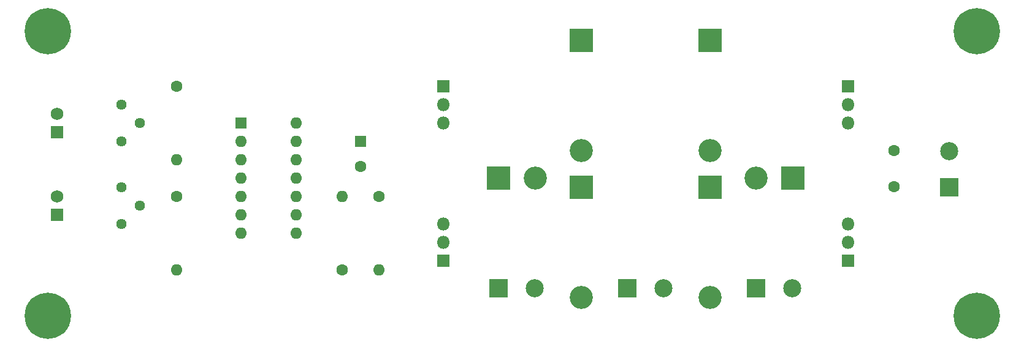
<source format=gts>
G04 #@! TF.FileFunction,Soldermask,Top*
%FSLAX46Y46*%
G04 Gerber Fmt 4.6, Leading zero omitted, Abs format (unit mm)*
G04 Created by KiCad (PCBNEW 4.0.7+dfsg1-1) date Sat Dec  2 04:05:33 2017*
%MOMM*%
%LPD*%
G01*
G04 APERTURE LIST*
%ADD10C,0.100000*%
%ADD11R,2.500000X2.500000*%
%ADD12C,2.500000*%
%ADD13R,1.600000X1.600000*%
%ADD14O,1.600000X1.600000*%
%ADD15C,1.600000*%
%ADD16R,1.800000X1.800000*%
%ADD17O,1.800000X1.800000*%
%ADD18C,1.440000*%
%ADD19R,1.750000X1.750000*%
%ADD20C,1.750000*%
%ADD21R,3.200000X3.200000*%
%ADD22O,3.200000X3.200000*%
%ADD23C,6.400000*%
G04 APERTURE END LIST*
D10*
D11*
X127000000Y-64770000D03*
D12*
X132000000Y-64770000D03*
D13*
X55880000Y-41910000D03*
D14*
X63500000Y-57150000D03*
X55880000Y-44450000D03*
X63500000Y-54610000D03*
X55880000Y-46990000D03*
X63500000Y-52070000D03*
X55880000Y-49530000D03*
X63500000Y-49530000D03*
X55880000Y-52070000D03*
X63500000Y-46990000D03*
X55880000Y-54610000D03*
X63500000Y-44450000D03*
X55880000Y-57150000D03*
X63500000Y-41910000D03*
D11*
X153670000Y-50800000D03*
D12*
X153670000Y-45800000D03*
D15*
X146050000Y-45720000D03*
X146050000Y-50720000D03*
D13*
X72390000Y-44450000D03*
D15*
X72390000Y-47950000D03*
D11*
X109220000Y-64770000D03*
D12*
X114220000Y-64770000D03*
D16*
X83820000Y-36830000D03*
D17*
X83820000Y-39370000D03*
X83820000Y-41910000D03*
D16*
X139700000Y-36830000D03*
D17*
X139700000Y-39370000D03*
X139700000Y-41910000D03*
D16*
X83820000Y-60960000D03*
D17*
X83820000Y-58420000D03*
X83820000Y-55880000D03*
D16*
X139700000Y-60960000D03*
D17*
X139700000Y-58420000D03*
X139700000Y-55880000D03*
D15*
X46990000Y-36830000D03*
D14*
X46990000Y-46990000D03*
D15*
X46990000Y-52070000D03*
D14*
X46990000Y-62230000D03*
D15*
X69850000Y-62230000D03*
D14*
X69850000Y-52070000D03*
D15*
X74930000Y-52070000D03*
D14*
X74930000Y-62230000D03*
D18*
X39370000Y-39370000D03*
X41910000Y-41910000D03*
X39370000Y-44450000D03*
X39370000Y-50800000D03*
X41910000Y-53340000D03*
X39370000Y-55880000D03*
D11*
X91440000Y-64770000D03*
D12*
X96440000Y-64770000D03*
D19*
X30480000Y-43180000D03*
D20*
X30480000Y-40680000D03*
D19*
X30480000Y-54610000D03*
D20*
X30480000Y-52110000D03*
D21*
X91440000Y-49530000D03*
D22*
X96520000Y-49530000D03*
D21*
X132080000Y-49530000D03*
D22*
X127000000Y-49530000D03*
D21*
X102870000Y-30480000D03*
D22*
X102870000Y-45720000D03*
D21*
X120650000Y-30480000D03*
D22*
X120650000Y-45720000D03*
D21*
X102870000Y-50800000D03*
D22*
X102870000Y-66040000D03*
D21*
X120650000Y-50800000D03*
D22*
X120650000Y-66040000D03*
D23*
X29210000Y-29210000D03*
X157480000Y-29210000D03*
X29210000Y-68580000D03*
X157480000Y-68580000D03*
M02*

</source>
